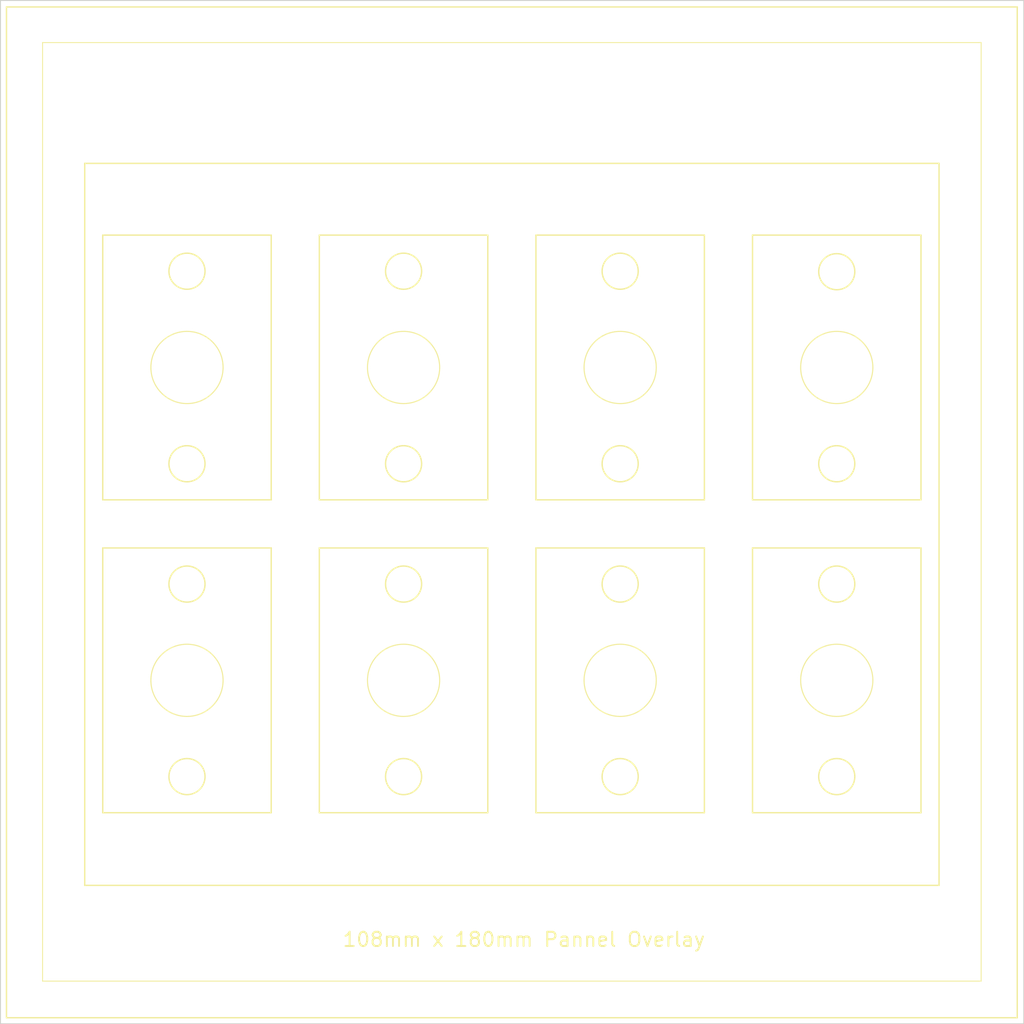
<source format=kicad_pcb>
(kicad_pcb (version 20171130) (host pcbnew "(5.1.10)-1")

  (general
    (thickness 1.6)
    (drawings 65)
    (tracks 0)
    (zones 0)
    (modules 12)
    (nets 1)
  )

  (page A4)
  (layers
    (0 F.Cu signal)
    (31 B.Cu signal)
    (32 B.Adhes user)
    (33 F.Adhes user)
    (34 B.Paste user)
    (35 F.Paste user)
    (36 B.SilkS user)
    (37 F.SilkS user)
    (38 B.Mask user)
    (39 F.Mask user)
    (40 Dwgs.User user)
    (41 Cmts.User user)
    (42 Eco1.User user)
    (43 Eco2.User user)
    (44 Edge.Cuts user)
    (45 Margin user)
    (46 B.CrtYd user)
    (47 F.CrtYd user)
    (48 B.Fab user)
    (49 F.Fab user)
  )

  (setup
    (last_trace_width 0.25)
    (trace_clearance 0.2)
    (zone_clearance 0.508)
    (zone_45_only no)
    (trace_min 0.2)
    (via_size 0.8)
    (via_drill 0.4)
    (via_min_size 0.4)
    (via_min_drill 0.3)
    (uvia_size 0.3)
    (uvia_drill 0.1)
    (uvias_allowed no)
    (uvia_min_size 0.2)
    (uvia_min_drill 0.1)
    (edge_width 0.1)
    (segment_width 0.2)
    (pcb_text_width 0.3)
    (pcb_text_size 1.5 1.5)
    (mod_edge_width 0.15)
    (mod_text_size 1 1)
    (mod_text_width 0.15)
    (pad_size 1.524 1.524)
    (pad_drill 0.762)
    (pad_to_mask_clearance 0)
    (aux_axis_origin 63.5 149.91)
    (grid_origin 63.5 149.91)
    (visible_elements 7FFFFFFF)
    (pcbplotparams
      (layerselection 0x010fc_ffffffff)
      (usegerberextensions false)
      (usegerberattributes true)
      (usegerberadvancedattributes true)
      (creategerberjobfile true)
      (excludeedgelayer true)
      (linewidth 0.100000)
      (plotframeref false)
      (viasonmask false)
      (mode 1)
      (useauxorigin false)
      (hpglpennumber 1)
      (hpglpenspeed 20)
      (hpglpendiameter 15.000000)
      (psnegative false)
      (psa4output false)
      (plotreference true)
      (plotvalue true)
      (plotinvisibletext false)
      (padsonsilk false)
      (subtractmaskfromsilk false)
      (outputformat 1)
      (mirror false)
      (drillshape 0)
      (scaleselection 1)
      (outputdirectory "gerberpannel/"))
  )

  (net 0 "")

  (net_class Default "This is the default net class."
    (clearance 0.2)
    (trace_width 0.25)
    (via_dia 0.8)
    (via_drill 0.4)
    (uvia_dia 0.3)
    (uvia_drill 0.1)
  )

  (module Mounting_Holes:MountingHole_3.5mm (layer F.Cu) (tedit 56D1B4CB) (tstamp 6135E590)
    (at 161.925 140.335)
    (descr "Mounting Hole 3.5mm, no annular")
    (tags "mounting hole 3.5mm no annular")
    (attr virtual)
    (fp_text reference REF** (at 0 -4.2) (layer F.SilkS) hide
      (effects (font (size 1 1) (thickness 0.15)))
    )
    (fp_text value MountingHole_3.5mm (at 0 4.2) (layer F.Fab)
      (effects (font (size 1 1) (thickness 0.15)))
    )
    (fp_circle (center 0 0) (end 3.5 0) (layer Cmts.User) (width 0.15))
    (fp_circle (center 0 0) (end 3.75 0) (layer F.CrtYd) (width 0.05))
    (fp_text user %R (at 0.3 0) (layer F.Fab)
      (effects (font (size 1 1) (thickness 0.15)))
    )
    (pad 1 np_thru_hole circle (at 0 0) (size 3.5 3.5) (drill 3.5) (layers *.Cu *.Mask))
  )

  (module Mounting_Holes:MountingHole_3.5mm (layer F.Cu) (tedit 56D1B4CB) (tstamp 6135E582)
    (at 73.025 140.335)
    (descr "Mounting Hole 3.5mm, no annular")
    (tags "mounting hole 3.5mm no annular")
    (attr virtual)
    (fp_text reference REF** (at 0 -4.2) (layer F.SilkS) hide
      (effects (font (size 1 1) (thickness 0.15)))
    )
    (fp_text value MountingHole_3.5mm (at 0 4.2) (layer F.Fab)
      (effects (font (size 1 1) (thickness 0.15)))
    )
    (fp_circle (center 0 0) (end 3.5 0) (layer Cmts.User) (width 0.15))
    (fp_circle (center 0 0) (end 3.75 0) (layer F.CrtYd) (width 0.05))
    (fp_text user %R (at 0.3 0) (layer F.Fab)
      (effects (font (size 1 1) (thickness 0.15)))
    )
    (pad 1 np_thru_hole circle (at 0 0) (size 3.5 3.5) (drill 3.5) (layers *.Cu *.Mask))
  )

  (module Mounting_Holes:MountingHole_3.5mm (layer F.Cu) (tedit 56D1B4CB) (tstamp 6135E59E)
    (at 161.925 51.435)
    (descr "Mounting Hole 3.5mm, no annular")
    (tags "mounting hole 3.5mm no annular")
    (attr virtual)
    (fp_text reference REF** (at 0 -4.2) (layer F.SilkS) hide
      (effects (font (size 1 1) (thickness 0.15)))
    )
    (fp_text value MountingHole_3.5mm (at 0 4.2) (layer F.Fab)
      (effects (font (size 1 1) (thickness 0.15)))
    )
    (fp_circle (center 0 0) (end 3.5 0) (layer Cmts.User) (width 0.15))
    (fp_circle (center 0 0) (end 3.75 0) (layer F.CrtYd) (width 0.05))
    (fp_text user %R (at 0.3 0) (layer F.Fab)
      (effects (font (size 1 1) (thickness 0.15)))
    )
    (pad 1 np_thru_hole circle (at 0 0) (size 3.5 3.5) (drill 3.5) (layers *.Cu *.Mask))
  )

  (module Mounting_Holes:MountingHole_3.5mm (layer F.Cu) (tedit 56D1B4CB) (tstamp 6135E574)
    (at 73.025 51.435)
    (descr "Mounting Hole 3.5mm, no annular")
    (tags "mounting hole 3.5mm no annular")
    (attr virtual)
    (fp_text reference REF** (at 0 -4.2) (layer F.SilkS) hide
      (effects (font (size 1 1) (thickness 0.15)))
    )
    (fp_text value MountingHole_3.5mm (at 0 4.2) (layer F.Fab)
      (effects (font (size 1 1) (thickness 0.15)))
    )
    (fp_circle (center 0 0) (end 3.5 0) (layer Cmts.User) (width 0.15))
    (fp_circle (center 0 0) (end 3.75 0) (layer F.CrtYd) (width 0.05))
    (fp_text user %R (at 0.3 0) (layer F.Fab)
      (effects (font (size 1 1) (thickness 0.15)))
    )
    (pad 1 np_thru_hole circle (at 0 0) (size 3.5 3.5) (drill 3.5) (layers *.Cu *.Mask))
  )

  (module Sebs:6.35mm (layer F.Cu) (tedit 6135EBD8) (tstamp 6135F5E8)
    (at 151.765 113.665)
    (fp_text reference REF** (at 0 -6.8) (layer F.SilkS) hide
      (effects (font (size 1 1) (thickness 0.15)))
    )
    (fp_text value 6.35mm (at 0 -5.4) (layer F.Fab)
      (effects (font (size 1 1) (thickness 0.15)))
    )
    (fp_circle (center 0 0) (end 3.81 0) (layer F.SilkS) (width 0.12))
    (pad "" np_thru_hole circle (at 0 0) (size 6.35 6.35) (drill 6.35) (layers *.Cu *.Mask))
  )

  (module Sebs:6.35mm (layer F.Cu) (tedit 6135EBD8) (tstamp 6135F5D5)
    (at 128.905 113.665)
    (fp_text reference REF** (at 0 -6.8) (layer F.SilkS) hide
      (effects (font (size 1 1) (thickness 0.15)))
    )
    (fp_text value 6.35mm (at 0 -5.4) (layer F.Fab)
      (effects (font (size 1 1) (thickness 0.15)))
    )
    (fp_circle (center 0 0) (end 3.81 0) (layer F.SilkS) (width 0.12))
    (pad "" np_thru_hole circle (at 0 0) (size 6.35 6.35) (drill 6.35) (layers *.Cu *.Mask))
  )

  (module Sebs:6.35mm (layer F.Cu) (tedit 6135EBD8) (tstamp 6135F5C2)
    (at 106.045 113.665)
    (fp_text reference REF** (at 0 -6.8) (layer F.SilkS) hide
      (effects (font (size 1 1) (thickness 0.15)))
    )
    (fp_text value 6.35mm (at 0 -5.4) (layer F.Fab)
      (effects (font (size 1 1) (thickness 0.15)))
    )
    (fp_circle (center 0 0) (end 3.81 0) (layer F.SilkS) (width 0.12))
    (pad "" np_thru_hole circle (at 0 0) (size 6.35 6.35) (drill 6.35) (layers *.Cu *.Mask))
  )

  (module Sebs:6.35mm (layer F.Cu) (tedit 6135EBD8) (tstamp 6135F59C)
    (at 151.765 80.645)
    (fp_text reference REF** (at 0 -6.8) (layer F.SilkS) hide
      (effects (font (size 1 1) (thickness 0.15)))
    )
    (fp_text value 6.35mm (at 0 -5.4) (layer F.Fab)
      (effects (font (size 1 1) (thickness 0.15)))
    )
    (fp_circle (center 0 0) (end 3.81 0) (layer F.SilkS) (width 0.12))
    (pad "" np_thru_hole circle (at 0 0) (size 6.35 6.35) (drill 6.35) (layers *.Cu *.Mask))
  )

  (module Sebs:6.35mm (layer F.Cu) (tedit 6135EBD8) (tstamp 6135F589)
    (at 128.905 80.645)
    (fp_text reference REF** (at 0 -6.8) (layer F.SilkS) hide
      (effects (font (size 1 1) (thickness 0.15)))
    )
    (fp_text value 6.35mm (at 0 -5.4) (layer F.Fab)
      (effects (font (size 1 1) (thickness 0.15)))
    )
    (fp_circle (center 0 0) (end 3.81 0) (layer F.SilkS) (width 0.12))
    (pad "" np_thru_hole circle (at 0 0) (size 6.35 6.35) (drill 6.35) (layers *.Cu *.Mask))
  )

  (module Sebs:6.35mm (layer F.Cu) (tedit 6135EBD8) (tstamp 6135F569)
    (at 106.045 80.645)
    (fp_text reference REF** (at 0 -6.8) (layer F.SilkS) hide
      (effects (font (size 1 1) (thickness 0.15)))
    )
    (fp_text value 6.35mm (at 0 -5.4) (layer F.Fab)
      (effects (font (size 1 1) (thickness 0.15)))
    )
    (fp_circle (center 0 0) (end 3.81 0) (layer F.SilkS) (width 0.12))
    (pad "" np_thru_hole circle (at 0 0) (size 6.35 6.35) (drill 6.35) (layers *.Cu *.Mask))
  )

  (module Sebs:6.35mm (layer F.Cu) (tedit 6135EBD8) (tstamp 6135F4FD)
    (at 83.185 80.645)
    (fp_text reference REF** (at 0 -6.8) (layer F.SilkS) hide
      (effects (font (size 1 1) (thickness 0.15)))
    )
    (fp_text value 6.35mm (at 0 -5.4) (layer F.Fab)
      (effects (font (size 1 1) (thickness 0.15)))
    )
    (fp_circle (center 0 0) (end 3.81 0) (layer F.SilkS) (width 0.12))
    (pad "" np_thru_hole circle (at 0 0) (size 6.35 6.35) (drill 6.35) (layers *.Cu *.Mask))
  )

  (module Sebs:6.35mm (layer F.Cu) (tedit 6135EBD8) (tstamp 6135F5AF)
    (at 83.185 113.665)
    (fp_text reference REF** (at 0 -6.8) (layer F.SilkS) hide
      (effects (font (size 1 1) (thickness 0.15)))
    )
    (fp_text value 6.35mm (at 0 -5.4) (layer F.Fab)
      (effects (font (size 1 1) (thickness 0.15)))
    )
    (fp_circle (center 0 0) (end 3.81 0) (layer F.SilkS) (width 0.12))
    (pad "" np_thru_hole circle (at 0 0) (size 6.35 6.35) (drill 6.35) (layers *.Cu *.Mask))
  )

  (gr_circle (center 151.765 70.535) (end 153.67 70.535) (layer F.SilkS) (width 0.15) (tstamp 6185E30C))
  (gr_circle (center 128.905 70.485) (end 130.81 70.485) (layer F.SilkS) (width 0.15) (tstamp 6185E30A))
  (gr_text "108mm x 180mm Pannel Overlay" (at 118.745 141.02) (layer F.SilkS)
    (effects (font (size 1.5 1.5) (thickness 0.2)))
  )
  (gr_line (start 64.135 149.275) (end 64.135 42.595) (layer F.SilkS) (width 0.15) (tstamp 61862797))
  (gr_line (start 170.815 149.275) (end 64.135 149.275) (layer F.SilkS) (width 0.15))
  (gr_line (start 170.815 42.595) (end 170.815 149.275) (layer F.SilkS) (width 0.15))
  (gr_line (start 64.135 42.595) (end 170.815 42.595) (layer F.SilkS) (width 0.15))
  (gr_line (start 162.56 59.105) (end 72.39 59.105) (layer F.SilkS) (width 0.15) (tstamp 618626E6))
  (gr_line (start 162.56 135.305) (end 162.56 59.105) (layer F.SilkS) (width 0.15))
  (gr_line (start 72.39 135.305) (end 162.56 135.305) (layer F.SilkS) (width 0.15))
  (gr_line (start 72.39 59.105) (end 72.39 135.305) (layer F.SilkS) (width 0.15))
  (gr_line (start 63.5 149.91) (end 171.5 149.91) (layer Edge.Cuts) (width 0.1) (tstamp 616C0EE0))
  (gr_line (start 63.5 41.91) (end 171.5 41.91) (layer Edge.Cuts) (width 0.1) (tstamp 616C0E9A))
  (gr_line (start 171.5 41.91) (end 171.5 149.91) (layer Edge.Cuts) (width 0.1) (tstamp 616C0E98))
  (gr_line (start 63.5 41.91) (end 63.5 149.91) (layer Edge.Cuts) (width 0.1) (tstamp 616C0E96))
  (gr_circle (center 83.185 90.805) (end 85.09 90.805) (layer F.SilkS) (width 0.15) (tstamp 6135F2F8))
  (gr_circle (center 83.185 70.485) (end 85.09 70.485) (layer F.SilkS) (width 0.15) (tstamp 6135F2F6))
  (gr_circle (center 106.045 70.485) (end 107.95 70.485) (layer F.SilkS) (width 0.15) (tstamp 6135F2F4))
  (gr_circle (center 106.045 90.805) (end 107.95 90.805) (layer F.SilkS) (width 0.15) (tstamp 6135F2F2))
  (gr_circle (center 128.905 90.805) (end 130.81 90.805) (layer F.SilkS) (width 0.15) (tstamp 6135F2F0))
  (gr_circle (center 151.765 90.805) (end 153.67 90.805) (layer F.SilkS) (width 0.15) (tstamp 6135F2EA))
  (gr_circle (center 151.765 123.825) (end 153.67 123.825) (layer F.SilkS) (width 0.15) (tstamp 6135F2E8))
  (gr_circle (center 151.765 103.505) (end 153.67 103.505) (layer F.SilkS) (width 0.15) (tstamp 6135F2E6))
  (gr_circle (center 128.905 103.505) (end 130.81 103.505) (layer F.SilkS) (width 0.15) (tstamp 6135F2E4))
  (gr_circle (center 128.905 123.825) (end 130.81 123.825) (layer F.SilkS) (width 0.15) (tstamp 6135F2E2))
  (gr_circle (center 106.045 123.825) (end 107.95 123.825) (layer F.SilkS) (width 0.15) (tstamp 6135F2E0))
  (gr_circle (center 106.045 103.505) (end 107.95 103.505) (layer F.SilkS) (width 0.15) (tstamp 6135F2DE))
  (gr_circle (center 83.185 123.825) (end 85.09 123.825) (layer F.SilkS) (width 0.15) (tstamp 6135F23F))
  (gr_circle (center 83.185 103.505) (end 85.09 103.505) (layer F.SilkS) (width 0.15))
  (gr_line (start 114.935 66.675) (end 114.935 94.615) (layer F.SilkS) (width 0.15) (tstamp 6135E829))
  (gr_line (start 114.935 94.615) (end 97.155 94.615) (layer F.SilkS) (width 0.15) (tstamp 6135E828))
  (gr_line (start 97.155 66.675) (end 114.935 66.675) (layer F.SilkS) (width 0.15) (tstamp 6135E826))
  (gr_line (start 97.155 94.615) (end 97.155 66.675) (layer F.SilkS) (width 0.15) (tstamp 6135E825))
  (gr_line (start 92.075 94.615) (end 74.295 94.615) (layer F.SilkS) (width 0.15) (tstamp 6135E824))
  (gr_line (start 92.075 66.675) (end 92.075 94.615) (layer F.SilkS) (width 0.15) (tstamp 6135E823))
  (gr_line (start 74.295 66.675) (end 92.075 66.675) (layer F.SilkS) (width 0.15) (tstamp 6135E821))
  (gr_line (start 74.295 94.615) (end 74.295 66.675) (layer F.SilkS) (width 0.15) (tstamp 6135E820))
  (gr_line (start 142.875 94.615) (end 142.875 66.675) (layer F.SilkS) (width 0.15) (tstamp 6135E81F))
  (gr_line (start 160.655 94.615) (end 142.875 94.615) (layer F.SilkS) (width 0.15) (tstamp 6135E81E))
  (gr_line (start 142.875 66.675) (end 160.655 66.675) (layer F.SilkS) (width 0.15) (tstamp 6135E81D))
  (gr_line (start 160.655 66.675) (end 160.655 94.615) (layer F.SilkS) (width 0.15) (tstamp 6135E81C))
  (gr_line (start 137.795 94.615) (end 120.015 94.615) (layer F.SilkS) (width 0.15) (tstamp 6135E812))
  (gr_line (start 120.015 94.615) (end 120.015 66.675) (layer F.SilkS) (width 0.15) (tstamp 6135E811))
  (gr_line (start 120.015 66.675) (end 137.795 66.675) (layer F.SilkS) (width 0.15) (tstamp 6135E810))
  (gr_line (start 137.795 66.675) (end 137.795 94.615) (layer F.SilkS) (width 0.15) (tstamp 6135E80F))
  (gr_line (start 160.655 99.695) (end 160.655 127.635) (layer F.SilkS) (width 0.15) (tstamp 6135E7C7))
  (gr_line (start 160.655 127.635) (end 142.875 127.635) (layer F.SilkS) (width 0.15) (tstamp 6135E7C6))
  (gr_line (start 142.875 99.695) (end 160.655 99.695) (layer F.SilkS) (width 0.15) (tstamp 6135E7C4))
  (gr_line (start 142.875 127.635) (end 142.875 99.695) (layer F.SilkS) (width 0.15) (tstamp 6135E7C3))
  (gr_line (start 137.795 99.695) (end 137.795 127.635) (layer F.SilkS) (width 0.15) (tstamp 6135E640))
  (gr_line (start 137.795 127.635) (end 120.015 127.635) (layer F.SilkS) (width 0.15) (tstamp 6135E63F))
  (gr_line (start 120.015 99.695) (end 137.795 99.695) (layer F.SilkS) (width 0.15) (tstamp 6135E63D))
  (gr_line (start 120.015 127.635) (end 120.015 99.695) (layer F.SilkS) (width 0.15) (tstamp 6135E63C))
  (gr_line (start 114.935 127.635) (end 97.155 127.635) (layer F.SilkS) (width 0.15) (tstamp 6135E607))
  (gr_line (start 114.935 99.695) (end 114.935 127.635) (layer F.SilkS) (width 0.15) (tstamp 6135E606))
  (gr_line (start 97.155 99.695) (end 114.935 99.695) (layer F.SilkS) (width 0.15) (tstamp 6135E604))
  (gr_line (start 97.155 127.635) (end 97.155 99.695) (layer F.SilkS) (width 0.15) (tstamp 6135E603))
  (gr_line (start 92.075 127.635) (end 74.295 127.635) (layer F.SilkS) (width 0.15) (tstamp 6135E54E))
  (gr_line (start 92.075 99.695) (end 92.075 127.635) (layer F.SilkS) (width 0.15) (tstamp 6135E549))
  (gr_line (start 74.295 127.635) (end 74.295 99.695) (layer F.SilkS) (width 0.15) (tstamp 6135E548))
  (gr_line (start 74.295 99.695) (end 92.075 99.695) (layer F.SilkS) (width 0.15) (tstamp 6135E4B8))
  (gr_line (start 167.005 46.355) (end 167.005 145.415) (layer F.SilkS) (width 0.1) (tstamp 6135E406))
  (gr_line (start 67.945 46.355) (end 67.945 145.415) (layer F.SilkS) (width 0.1) (tstamp 6135E3FF))
  (gr_line (start 67.945 145.415) (end 167.005 145.415) (layer F.SilkS) (width 0.1) (tstamp 6135E3F6))
  (gr_line (start 67.945 46.355) (end 167.005 46.355) (layer F.SilkS) (width 0.1))

)

</source>
